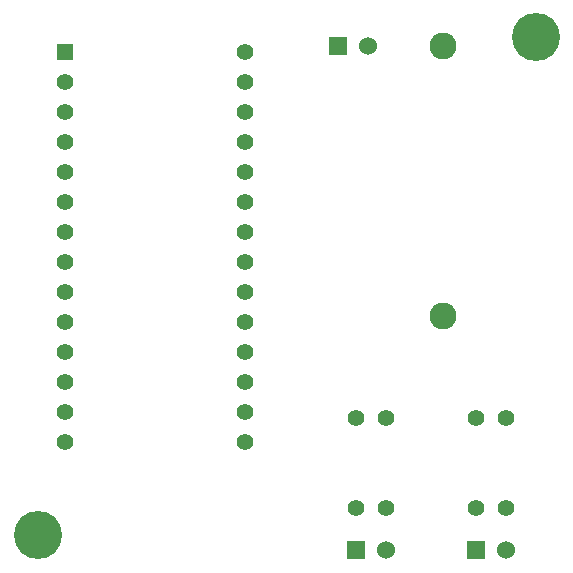
<source format=gts>
From e7a6678e815b937e4658245bcd762d08d6f00e64 Mon Sep 17 00:00:00 2001
From: Trygve Laugstøl <trygvis@inamo.no>
Date: Thu, 15 Jan 2015 18:10:08 +0100
Subject: o Initial import.

---
 prototype-a/soil_moisture_board-F_Mask.gts | 75 ++++++++++++++++++++++++++++++
 1 file changed, 75 insertions(+)
 create mode 100644 prototype-a/soil_moisture_board-F_Mask.gts

(limited to 'prototype-a/soil_moisture_board-F_Mask.gts')

diff --git a/prototype-a/soil_moisture_board-F_Mask.gts b/prototype-a/soil_moisture_board-F_Mask.gts
new file mode 100644
index 0000000..7bf4d0d
--- /dev/null
+++ b/prototype-a/soil_moisture_board-F_Mask.gts
@@ -0,0 +1,75 @@
+G04 (created by PCBNEW (22-Jun-2014 BZR 4027)-stable) date Wed 07 Jan 2015 20:43:52 CET*
+%MOIN*%
+G04 Gerber Fmt 3.4, Leading zero omitted, Abs format*
+%FSLAX34Y34*%
+G01*
+G70*
+G90*
+G04 APERTURE LIST*
+%ADD10C,0.00590551*%
+%ADD11R,0.055X0.055*%
+%ADD12C,0.055*%
+%ADD13R,0.06X0.06*%
+%ADD14C,0.06*%
+%ADD15C,0.09*%
+%ADD16C,0.16*%
+G04 APERTURE END LIST*
+G54D10*
+G54D11*
+X40800Y-33300D03*
+G54D12*
+X40800Y-34300D03*
+X40800Y-35300D03*
+X40800Y-36300D03*
+X40800Y-37300D03*
+X40800Y-38300D03*
+X40800Y-39300D03*
+X40800Y-40300D03*
+X40800Y-41300D03*
+X40800Y-42300D03*
+X40800Y-43300D03*
+X40800Y-44300D03*
+X40800Y-45300D03*
+X40800Y-46300D03*
+X46800Y-46300D03*
+X46800Y-45300D03*
+X46800Y-44300D03*
+X46800Y-43300D03*
+X46800Y-42300D03*
+X46800Y-41300D03*
+X46800Y-40300D03*
+X46800Y-39300D03*
+X46800Y-38300D03*
+X46800Y-37300D03*
+X46800Y-36300D03*
+X46800Y-35300D03*
+X46800Y-34300D03*
+X46800Y-33300D03*
+X51500Y-45500D03*
+X51500Y-48500D03*
+X50500Y-45500D03*
+X50500Y-48500D03*
+G54D13*
+X50500Y-49900D03*
+G54D14*
+X51500Y-49900D03*
+G54D12*
+X55500Y-45500D03*
+X55500Y-48500D03*
+X54500Y-45500D03*
+X54500Y-48500D03*
+G54D13*
+X49900Y-33100D03*
+G54D14*
+X50900Y-33100D03*
+G54D13*
+X54500Y-49900D03*
+G54D14*
+X55500Y-49900D03*
+G54D15*
+X53400Y-42100D03*
+X53400Y-33100D03*
+G54D16*
+X39900Y-49400D03*
+X56500Y-32800D03*
+M02*
-- 
cgit v1.2.3


</source>
